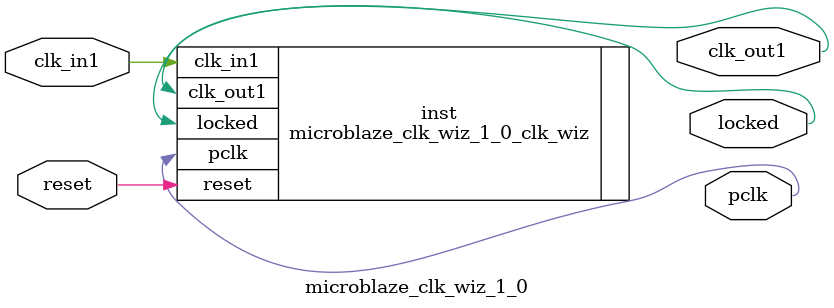
<source format=v>


`timescale 1ps/1ps

(* CORE_GENERATION_INFO = "microblaze_clk_wiz_1_0,clk_wiz_v5_4_2_0,{component_name=microblaze_clk_wiz_1_0,use_phase_alignment=true,use_min_o_jitter=false,use_max_i_jitter=false,use_dyn_phase_shift=false,use_inclk_switchover=false,use_dyn_reconfig=false,enable_axi=0,feedback_source=FDBK_AUTO,PRIMITIVE=MMCM,num_out_clk=2,clkin1_period=10.000,clkin2_period=10.000,use_power_down=false,use_reset=true,use_locked=true,use_inclk_stopped=false,feedback_type=SINGLE,CLOCK_MGR_TYPE=NA,manual_override=false}" *)

module microblaze_clk_wiz_1_0 
 (
  // Clock out ports
  output        clk_out1,
  output        pclk,
  // Status and control signals
  input         reset,
  output        locked,
 // Clock in ports
  input         clk_in1
 );

  microblaze_clk_wiz_1_0_clk_wiz inst
  (
  // Clock out ports  
  .clk_out1(clk_out1),
  .pclk(pclk),
  // Status and control signals               
  .reset(reset), 
  .locked(locked),
 // Clock in ports
  .clk_in1(clk_in1)
  );

endmodule

</source>
